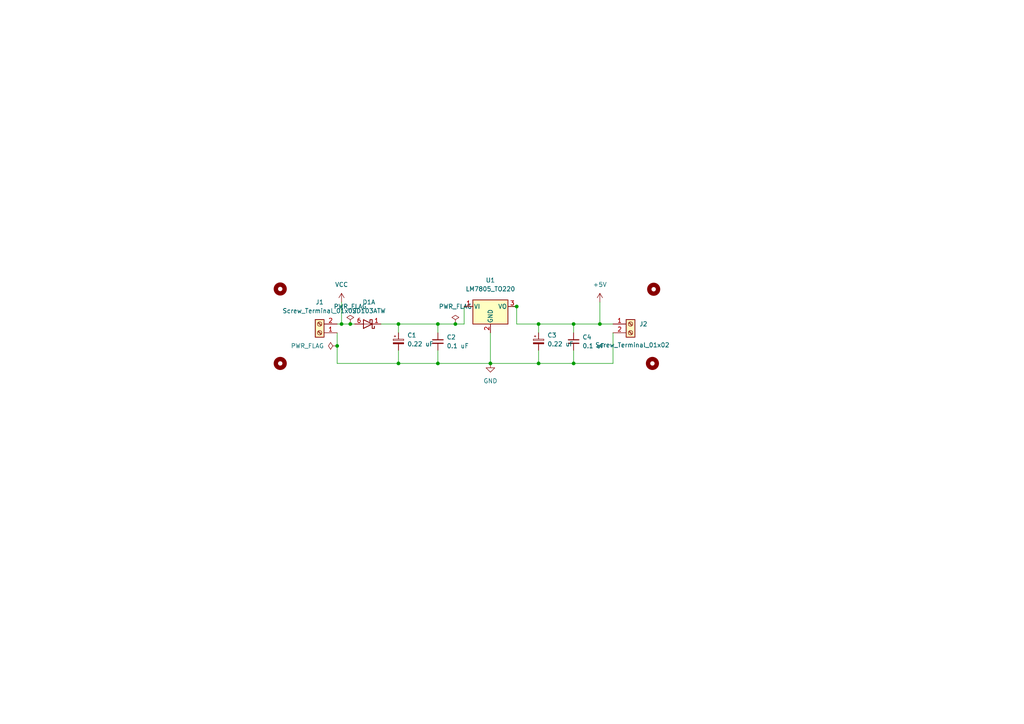
<source format=kicad_sch>
(kicad_sch (version 20211123) (generator eeschema)

  (uuid 8fc10c31-8c80-4caa-94fd-2cc7fe9e4a69)

  (paper "A4")

  (lib_symbols
    (symbol "Connector:Screw_Terminal_01x02" (pin_names (offset 1.016) hide) (in_bom yes) (on_board yes)
      (property "Reference" "J" (id 0) (at 0 2.54 0)
        (effects (font (size 1.27 1.27)))
      )
      (property "Value" "Screw_Terminal_01x02" (id 1) (at 0 -5.08 0)
        (effects (font (size 1.27 1.27)))
      )
      (property "Footprint" "" (id 2) (at 0 0 0)
        (effects (font (size 1.27 1.27)) hide)
      )
      (property "Datasheet" "~" (id 3) (at 0 0 0)
        (effects (font (size 1.27 1.27)) hide)
      )
      (property "ki_keywords" "screw terminal" (id 4) (at 0 0 0)
        (effects (font (size 1.27 1.27)) hide)
      )
      (property "ki_description" "Generic screw terminal, single row, 01x02, script generated (kicad-library-utils/schlib/autogen/connector/)" (id 5) (at 0 0 0)
        (effects (font (size 1.27 1.27)) hide)
      )
      (property "ki_fp_filters" "TerminalBlock*:*" (id 6) (at 0 0 0)
        (effects (font (size 1.27 1.27)) hide)
      )
      (symbol "Screw_Terminal_01x02_1_1"
        (rectangle (start -1.27 1.27) (end 1.27 -3.81)
          (stroke (width 0.254) (type default) (color 0 0 0 0))
          (fill (type background))
        )
        (circle (center 0 -2.54) (radius 0.635)
          (stroke (width 0.1524) (type default) (color 0 0 0 0))
          (fill (type none))
        )
        (polyline
          (pts
            (xy -0.5334 -2.2098)
            (xy 0.3302 -3.048)
          )
          (stroke (width 0.1524) (type default) (color 0 0 0 0))
          (fill (type none))
        )
        (polyline
          (pts
            (xy -0.5334 0.3302)
            (xy 0.3302 -0.508)
          )
          (stroke (width 0.1524) (type default) (color 0 0 0 0))
          (fill (type none))
        )
        (polyline
          (pts
            (xy -0.3556 -2.032)
            (xy 0.508 -2.8702)
          )
          (stroke (width 0.1524) (type default) (color 0 0 0 0))
          (fill (type none))
        )
        (polyline
          (pts
            (xy -0.3556 0.508)
            (xy 0.508 -0.3302)
          )
          (stroke (width 0.1524) (type default) (color 0 0 0 0))
          (fill (type none))
        )
        (circle (center 0 0) (radius 0.635)
          (stroke (width 0.1524) (type default) (color 0 0 0 0))
          (fill (type none))
        )
        (pin passive line (at -5.08 0 0) (length 3.81)
          (name "Pin_1" (effects (font (size 1.27 1.27))))
          (number "1" (effects (font (size 1.27 1.27))))
        )
        (pin passive line (at -5.08 -2.54 0) (length 3.81)
          (name "Pin_2" (effects (font (size 1.27 1.27))))
          (number "2" (effects (font (size 1.27 1.27))))
        )
      )
    )
    (symbol "Device:C_Polarized_Small" (pin_numbers hide) (pin_names (offset 0.254) hide) (in_bom yes) (on_board yes)
      (property "Reference" "C" (id 0) (at 0.254 1.778 0)
        (effects (font (size 1.27 1.27)) (justify left))
      )
      (property "Value" "C_Polarized_Small" (id 1) (at 0.254 -2.032 0)
        (effects (font (size 1.27 1.27)) (justify left))
      )
      (property "Footprint" "" (id 2) (at 0 0 0)
        (effects (font (size 1.27 1.27)) hide)
      )
      (property "Datasheet" "~" (id 3) (at 0 0 0)
        (effects (font (size 1.27 1.27)) hide)
      )
      (property "ki_keywords" "cap capacitor" (id 4) (at 0 0 0)
        (effects (font (size 1.27 1.27)) hide)
      )
      (property "ki_description" "Polarized capacitor, small symbol" (id 5) (at 0 0 0)
        (effects (font (size 1.27 1.27)) hide)
      )
      (property "ki_fp_filters" "CP_*" (id 6) (at 0 0 0)
        (effects (font (size 1.27 1.27)) hide)
      )
      (symbol "C_Polarized_Small_0_1"
        (rectangle (start -1.524 -0.3048) (end 1.524 -0.6858)
          (stroke (width 0) (type default) (color 0 0 0 0))
          (fill (type outline))
        )
        (rectangle (start -1.524 0.6858) (end 1.524 0.3048)
          (stroke (width 0) (type default) (color 0 0 0 0))
          (fill (type none))
        )
        (polyline
          (pts
            (xy -1.27 1.524)
            (xy -0.762 1.524)
          )
          (stroke (width 0) (type default) (color 0 0 0 0))
          (fill (type none))
        )
        (polyline
          (pts
            (xy -1.016 1.27)
            (xy -1.016 1.778)
          )
          (stroke (width 0) (type default) (color 0 0 0 0))
          (fill (type none))
        )
      )
      (symbol "C_Polarized_Small_1_1"
        (pin passive line (at 0 2.54 270) (length 1.8542)
          (name "~" (effects (font (size 1.27 1.27))))
          (number "1" (effects (font (size 1.27 1.27))))
        )
        (pin passive line (at 0 -2.54 90) (length 1.8542)
          (name "~" (effects (font (size 1.27 1.27))))
          (number "2" (effects (font (size 1.27 1.27))))
        )
      )
    )
    (symbol "Device:C_Small" (pin_numbers hide) (pin_names (offset 0.254) hide) (in_bom yes) (on_board yes)
      (property "Reference" "C" (id 0) (at 0.254 1.778 0)
        (effects (font (size 1.27 1.27)) (justify left))
      )
      (property "Value" "C_Small" (id 1) (at 0.254 -2.032 0)
        (effects (font (size 1.27 1.27)) (justify left))
      )
      (property "Footprint" "" (id 2) (at 0 0 0)
        (effects (font (size 1.27 1.27)) hide)
      )
      (property "Datasheet" "~" (id 3) (at 0 0 0)
        (effects (font (size 1.27 1.27)) hide)
      )
      (property "ki_keywords" "capacitor cap" (id 4) (at 0 0 0)
        (effects (font (size 1.27 1.27)) hide)
      )
      (property "ki_description" "Unpolarized capacitor, small symbol" (id 5) (at 0 0 0)
        (effects (font (size 1.27 1.27)) hide)
      )
      (property "ki_fp_filters" "C_*" (id 6) (at 0 0 0)
        (effects (font (size 1.27 1.27)) hide)
      )
      (symbol "C_Small_0_1"
        (polyline
          (pts
            (xy -1.524 -0.508)
            (xy 1.524 -0.508)
          )
          (stroke (width 0.3302) (type default) (color 0 0 0 0))
          (fill (type none))
        )
        (polyline
          (pts
            (xy -1.524 0.508)
            (xy 1.524 0.508)
          )
          (stroke (width 0.3048) (type default) (color 0 0 0 0))
          (fill (type none))
        )
      )
      (symbol "C_Small_1_1"
        (pin passive line (at 0 2.54 270) (length 2.032)
          (name "~" (effects (font (size 1.27 1.27))))
          (number "1" (effects (font (size 1.27 1.27))))
        )
        (pin passive line (at 0 -2.54 90) (length 2.032)
          (name "~" (effects (font (size 1.27 1.27))))
          (number "2" (effects (font (size 1.27 1.27))))
        )
      )
    )
    (symbol "Diode:SD103ATW" (pin_names hide) (in_bom yes) (on_board yes)
      (property "Reference" "D" (id 0) (at -1.27 2.54 0)
        (effects (font (size 1.27 1.27)))
      )
      (property "Value" "SD103ATW" (id 1) (at 0 -2.54 0)
        (effects (font (size 1.27 1.27)))
      )
      (property "Footprint" "Package_TO_SOT_SMD:SOT-363_SC-70-6" (id 2) (at 0 -5.08 0)
        (effects (font (size 1.27 1.27)) hide)
      )
      (property "Datasheet" "https://www.diodes.com/assets/Datasheets/ds30374.pdf" (id 3) (at 0 0 0)
        (effects (font (size 1.27 1.27)) hide)
      )
      (property "ki_keywords" "schottky barrier diode array" (id 4) (at 0 0 0)
        (effects (font (size 1.27 1.27)) hide)
      )
      (property "ki_description" "Schottky Barrier Diode Array, SOT-363" (id 5) (at 0 0 0)
        (effects (font (size 1.27 1.27)) hide)
      )
      (property "ki_fp_filters" "SOT?363*" (id 6) (at 0 0 0)
        (effects (font (size 1.27 1.27)) hide)
      )
      (symbol "SD103ATW_0_1"
        (polyline
          (pts
            (xy 1.27 0)
            (xy -1.27 0)
          )
          (stroke (width 0) (type default) (color 0 0 0 0))
          (fill (type none))
        )
        (polyline
          (pts
            (xy 1.27 1.27)
            (xy 1.27 -1.27)
            (xy -1.27 0)
            (xy 1.27 1.27)
          )
          (stroke (width 0.254) (type default) (color 0 0 0 0))
          (fill (type none))
        )
        (polyline
          (pts
            (xy -1.905 0.635)
            (xy -1.905 1.27)
            (xy -1.27 1.27)
            (xy -1.27 -1.27)
            (xy -0.635 -1.27)
            (xy -0.635 -0.635)
          )
          (stroke (width 0.254) (type default) (color 0 0 0 0))
          (fill (type none))
        )
      )
      (symbol "SD103ATW_1_1"
        (pin passive line (at -3.81 0 0) (length 2.54)
          (name "K" (effects (font (size 1.27 1.27))))
          (number "1" (effects (font (size 1.27 1.27))))
        )
        (pin passive line (at 3.81 0 180) (length 2.54)
          (name "A" (effects (font (size 1.27 1.27))))
          (number "6" (effects (font (size 1.27 1.27))))
        )
      )
      (symbol "SD103ATW_2_1"
        (pin passive line (at -3.81 0 0) (length 2.54)
          (name "K" (effects (font (size 1.27 1.27))))
          (number "2" (effects (font (size 1.27 1.27))))
        )
        (pin passive line (at 3.81 0 180) (length 2.54)
          (name "A" (effects (font (size 1.27 1.27))))
          (number "5" (effects (font (size 1.27 1.27))))
        )
      )
      (symbol "SD103ATW_3_1"
        (pin passive line (at -3.81 0 0) (length 2.54)
          (name "K" (effects (font (size 1.27 1.27))))
          (number "3" (effects (font (size 1.27 1.27))))
        )
        (pin passive line (at 3.81 0 180) (length 2.54)
          (name "A" (effects (font (size 1.27 1.27))))
          (number "4" (effects (font (size 1.27 1.27))))
        )
      )
    )
    (symbol "Mechanical:MountingHole" (pin_names (offset 1.016)) (in_bom yes) (on_board yes)
      (property "Reference" "H" (id 0) (at 0 5.08 0)
        (effects (font (size 1.27 1.27)))
      )
      (property "Value" "MountingHole" (id 1) (at 0 3.175 0)
        (effects (font (size 1.27 1.27)))
      )
      (property "Footprint" "" (id 2) (at 0 0 0)
        (effects (font (size 1.27 1.27)) hide)
      )
      (property "Datasheet" "~" (id 3) (at 0 0 0)
        (effects (font (size 1.27 1.27)) hide)
      )
      (property "ki_keywords" "mounting hole" (id 4) (at 0 0 0)
        (effects (font (size 1.27 1.27)) hide)
      )
      (property "ki_description" "Mounting Hole without connection" (id 5) (at 0 0 0)
        (effects (font (size 1.27 1.27)) hide)
      )
      (property "ki_fp_filters" "MountingHole*" (id 6) (at 0 0 0)
        (effects (font (size 1.27 1.27)) hide)
      )
      (symbol "MountingHole_0_1"
        (circle (center 0 0) (radius 1.27)
          (stroke (width 1.27) (type default) (color 0 0 0 0))
          (fill (type none))
        )
      )
    )
    (symbol "Regulator_Linear:LM7805_TO220" (pin_names (offset 0.254)) (in_bom yes) (on_board yes)
      (property "Reference" "U" (id 0) (at -3.81 3.175 0)
        (effects (font (size 1.27 1.27)))
      )
      (property "Value" "LM7805_TO220" (id 1) (at 0 3.175 0)
        (effects (font (size 1.27 1.27)) (justify left))
      )
      (property "Footprint" "Package_TO_SOT_THT:TO-220-3_Vertical" (id 2) (at 0 5.715 0)
        (effects (font (size 1.27 1.27) italic) hide)
      )
      (property "Datasheet" "https://www.onsemi.cn/PowerSolutions/document/MC7800-D.PDF" (id 3) (at 0 -1.27 0)
        (effects (font (size 1.27 1.27)) hide)
      )
      (property "ki_keywords" "Voltage Regulator 1A Positive" (id 4) (at 0 0 0)
        (effects (font (size 1.27 1.27)) hide)
      )
      (property "ki_description" "Positive 1A 35V Linear Regulator, Fixed Output 5V, TO-220" (id 5) (at 0 0 0)
        (effects (font (size 1.27 1.27)) hide)
      )
      (property "ki_fp_filters" "TO?220*" (id 6) (at 0 0 0)
        (effects (font (size 1.27 1.27)) hide)
      )
      (symbol "LM7805_TO220_0_1"
        (rectangle (start -5.08 1.905) (end 5.08 -5.08)
          (stroke (width 0.254) (type default) (color 0 0 0 0))
          (fill (type background))
        )
      )
      (symbol "LM7805_TO220_1_1"
        (pin power_in line (at -7.62 0 0) (length 2.54)
          (name "VI" (effects (font (size 1.27 1.27))))
          (number "1" (effects (font (size 1.27 1.27))))
        )
        (pin power_in line (at 0 -7.62 90) (length 2.54)
          (name "GND" (effects (font (size 1.27 1.27))))
          (number "2" (effects (font (size 1.27 1.27))))
        )
        (pin power_out line (at 7.62 0 180) (length 2.54)
          (name "VO" (effects (font (size 1.27 1.27))))
          (number "3" (effects (font (size 1.27 1.27))))
        )
      )
    )
    (symbol "power:+5V" (power) (pin_names (offset 0)) (in_bom yes) (on_board yes)
      (property "Reference" "#PWR" (id 0) (at 0 -3.81 0)
        (effects (font (size 1.27 1.27)) hide)
      )
      (property "Value" "+5V" (id 1) (at 0 3.556 0)
        (effects (font (size 1.27 1.27)))
      )
      (property "Footprint" "" (id 2) (at 0 0 0)
        (effects (font (size 1.27 1.27)) hide)
      )
      (property "Datasheet" "" (id 3) (at 0 0 0)
        (effects (font (size 1.27 1.27)) hide)
      )
      (property "ki_keywords" "power-flag" (id 4) (at 0 0 0)
        (effects (font (size 1.27 1.27)) hide)
      )
      (property "ki_description" "Power symbol creates a global label with name \"+5V\"" (id 5) (at 0 0 0)
        (effects (font (size 1.27 1.27)) hide)
      )
      (symbol "+5V_0_1"
        (polyline
          (pts
            (xy -0.762 1.27)
            (xy 0 2.54)
          )
          (stroke (width 0) (type default) (color 0 0 0 0))
          (fill (type none))
        )
        (polyline
          (pts
            (xy 0 0)
            (xy 0 2.54)
          )
          (stroke (width 0) (type default) (color 0 0 0 0))
          (fill (type none))
        )
        (polyline
          (pts
            (xy 0 2.54)
            (xy 0.762 1.27)
          )
          (stroke (width 0) (type default) (color 0 0 0 0))
          (fill (type none))
        )
      )
      (symbol "+5V_1_1"
        (pin power_in line (at 0 0 90) (length 0) hide
          (name "+5V" (effects (font (size 1.27 1.27))))
          (number "1" (effects (font (size 1.27 1.27))))
        )
      )
    )
    (symbol "power:GND" (power) (pin_names (offset 0)) (in_bom yes) (on_board yes)
      (property "Reference" "#PWR" (id 0) (at 0 -6.35 0)
        (effects (font (size 1.27 1.27)) hide)
      )
      (property "Value" "GND" (id 1) (at 0 -3.81 0)
        (effects (font (size 1.27 1.27)))
      )
      (property "Footprint" "" (id 2) (at 0 0 0)
        (effects (font (size 1.27 1.27)) hide)
      )
      (property "Datasheet" "" (id 3) (at 0 0 0)
        (effects (font (size 1.27 1.27)) hide)
      )
      (property "ki_keywords" "power-flag" (id 4) (at 0 0 0)
        (effects (font (size 1.27 1.27)) hide)
      )
      (property "ki_description" "Power symbol creates a global label with name \"GND\" , ground" (id 5) (at 0 0 0)
        (effects (font (size 1.27 1.27)) hide)
      )
      (symbol "GND_0_1"
        (polyline
          (pts
            (xy 0 0)
            (xy 0 -1.27)
            (xy 1.27 -1.27)
            (xy 0 -2.54)
            (xy -1.27 -1.27)
            (xy 0 -1.27)
          )
          (stroke (width 0) (type default) (color 0 0 0 0))
          (fill (type none))
        )
      )
      (symbol "GND_1_1"
        (pin power_in line (at 0 0 270) (length 0) hide
          (name "GND" (effects (font (size 1.27 1.27))))
          (number "1" (effects (font (size 1.27 1.27))))
        )
      )
    )
    (symbol "power:PWR_FLAG" (power) (pin_numbers hide) (pin_names (offset 0) hide) (in_bom yes) (on_board yes)
      (property "Reference" "#FLG" (id 0) (at 0 1.905 0)
        (effects (font (size 1.27 1.27)) hide)
      )
      (property "Value" "PWR_FLAG" (id 1) (at 0 3.81 0)
        (effects (font (size 1.27 1.27)))
      )
      (property "Footprint" "" (id 2) (at 0 0 0)
        (effects (font (size 1.27 1.27)) hide)
      )
      (property "Datasheet" "~" (id 3) (at 0 0 0)
        (effects (font (size 1.27 1.27)) hide)
      )
      (property "ki_keywords" "power-flag" (id 4) (at 0 0 0)
        (effects (font (size 1.27 1.27)) hide)
      )
      (property "ki_description" "Special symbol for telling ERC where power comes from" (id 5) (at 0 0 0)
        (effects (font (size 1.27 1.27)) hide)
      )
      (symbol "PWR_FLAG_0_0"
        (pin power_out line (at 0 0 90) (length 0)
          (name "pwr" (effects (font (size 1.27 1.27))))
          (number "1" (effects (font (size 1.27 1.27))))
        )
      )
      (symbol "PWR_FLAG_0_1"
        (polyline
          (pts
            (xy 0 0)
            (xy 0 1.27)
            (xy -1.016 1.905)
            (xy 0 2.54)
            (xy 1.016 1.905)
            (xy 0 1.27)
          )
          (stroke (width 0) (type default) (color 0 0 0 0))
          (fill (type none))
        )
      )
    )
    (symbol "power:VCC" (power) (pin_names (offset 0)) (in_bom yes) (on_board yes)
      (property "Reference" "#PWR" (id 0) (at 0 -3.81 0)
        (effects (font (size 1.27 1.27)) hide)
      )
      (property "Value" "VCC" (id 1) (at 0 3.81 0)
        (effects (font (size 1.27 1.27)))
      )
      (property "Footprint" "" (id 2) (at 0 0 0)
        (effects (font (size 1.27 1.27)) hide)
      )
      (property "Datasheet" "" (id 3) (at 0 0 0)
        (effects (font (size 1.27 1.27)) hide)
      )
      (property "ki_keywords" "power-flag" (id 4) (at 0 0 0)
        (effects (font (size 1.27 1.27)) hide)
      )
      (property "ki_description" "Power symbol creates a global label with name \"VCC\"" (id 5) (at 0 0 0)
        (effects (font (size 1.27 1.27)) hide)
      )
      (symbol "VCC_0_1"
        (polyline
          (pts
            (xy -0.762 1.27)
            (xy 0 2.54)
          )
          (stroke (width 0) (type default) (color 0 0 0 0))
          (fill (type none))
        )
        (polyline
          (pts
            (xy 0 0)
            (xy 0 2.54)
          )
          (stroke (width 0) (type default) (color 0 0 0 0))
          (fill (type none))
        )
        (polyline
          (pts
            (xy 0 2.54)
            (xy 0.762 1.27)
          )
          (stroke (width 0) (type default) (color 0 0 0 0))
          (fill (type none))
        )
      )
      (symbol "VCC_1_1"
        (pin power_in line (at 0 0 90) (length 0) hide
          (name "VCC" (effects (font (size 1.27 1.27))))
          (number "1" (effects (font (size 1.27 1.27))))
        )
      )
    )
  )

  (junction (at 142.24 105.41) (diameter 0) (color 0 0 0 0)
    (uuid 02a5a357-0716-4039-ac40-2e3131294946)
  )
  (junction (at 149.86 88.9) (diameter 0) (color 0 0 0 0)
    (uuid 0358b4e1-b606-4135-8dce-19b63a3e134c)
  )
  (junction (at 99.06 93.98) (diameter 0) (color 0 0 0 0)
    (uuid 215d7e08-0292-451c-8628-484feab04e61)
  )
  (junction (at 115.57 105.41) (diameter 0) (color 0 0 0 0)
    (uuid 4ba07f56-5bc8-492b-bbc9-50e9a86d30ba)
  )
  (junction (at 173.99 93.98) (diameter 0) (color 0 0 0 0)
    (uuid 4bc2df42-222c-44fb-8c16-80dc9be5ab28)
  )
  (junction (at 97.79 100.33) (diameter 0) (color 0 0 0 0)
    (uuid 66926abf-c348-4d3f-bc3d-a870ed0ccc32)
  )
  (junction (at 156.21 105.41) (diameter 0) (color 0 0 0 0)
    (uuid 7516f7ac-36b2-48aa-9e37-a484a7873026)
  )
  (junction (at 127 93.98) (diameter 0) (color 0 0 0 0)
    (uuid 83916093-1b53-4014-ae4b-b75533c34e6a)
  )
  (junction (at 101.6 93.98) (diameter 0) (color 0 0 0 0)
    (uuid 8ab52624-baec-42cc-b42d-161d58030e4e)
  )
  (junction (at 127 105.41) (diameter 0) (color 0 0 0 0)
    (uuid 91e552d0-0648-4868-8546-dbe7c33c99f9)
  )
  (junction (at 166.37 105.41) (diameter 0) (color 0 0 0 0)
    (uuid 9bbad9c9-c57a-4557-93eb-5f0ed9e993ab)
  )
  (junction (at 115.57 93.98) (diameter 0) (color 0 0 0 0)
    (uuid bf054055-38e6-4d74-92f9-448fd1c41246)
  )
  (junction (at 156.21 93.98) (diameter 0) (color 0 0 0 0)
    (uuid c2358595-2396-44c8-8181-2b7343a0e281)
  )
  (junction (at 166.37 93.98) (diameter 0) (color 0 0 0 0)
    (uuid e6c58ad3-bec2-46c0-a770-64f68fc978c7)
  )
  (junction (at 132.08 93.98) (diameter 0) (color 0 0 0 0)
    (uuid f8455178-b77b-4ea4-9ed8-b5a8cd5687a5)
  )

  (wire (pts (xy 99.06 87.63) (xy 99.06 93.98))
    (stroke (width 0) (type default) (color 0 0 0 0))
    (uuid 039a7bdc-363d-4472-8a86-3823996943bc)
  )
  (wire (pts (xy 142.24 105.41) (xy 156.21 105.41))
    (stroke (width 0) (type default) (color 0 0 0 0))
    (uuid 040144ad-0346-4c94-bd7c-1c33f49b3ee2)
  )
  (wire (pts (xy 156.21 93.98) (xy 166.37 93.98))
    (stroke (width 0) (type default) (color 0 0 0 0))
    (uuid 054d4887-803e-4b9e-b726-61c22facfc8c)
  )
  (wire (pts (xy 101.6 93.98) (xy 102.87 93.98))
    (stroke (width 0) (type default) (color 0 0 0 0))
    (uuid 06718f96-e026-4a14-ab69-7f0195e1a22f)
  )
  (wire (pts (xy 156.21 93.98) (xy 156.21 96.52))
    (stroke (width 0) (type default) (color 0 0 0 0))
    (uuid 06ff5d0d-e070-4623-a81e-40f5ab38c413)
  )
  (wire (pts (xy 97.79 105.41) (xy 115.57 105.41))
    (stroke (width 0) (type default) (color 0 0 0 0))
    (uuid 08c97262-4db5-41fa-84cb-875952bf21ed)
  )
  (wire (pts (xy 149.86 88.9) (xy 149.86 93.98))
    (stroke (width 0) (type default) (color 0 0 0 0))
    (uuid 10daba72-d5ec-4df7-8a04-9ac102615c32)
  )
  (wire (pts (xy 99.06 93.98) (xy 101.6 93.98))
    (stroke (width 0) (type default) (color 0 0 0 0))
    (uuid 1354d371-32a4-4e98-a9f7-c2d879e2bc61)
  )
  (wire (pts (xy 115.57 93.98) (xy 127 93.98))
    (stroke (width 0) (type default) (color 0 0 0 0))
    (uuid 1a24ccae-f0cd-4635-8010-c8e77c0eee05)
  )
  (wire (pts (xy 173.99 93.98) (xy 177.8 93.98))
    (stroke (width 0) (type default) (color 0 0 0 0))
    (uuid 269f7335-d51c-4bbc-93b6-fbc5c92b01ce)
  )
  (wire (pts (xy 166.37 93.98) (xy 173.99 93.98))
    (stroke (width 0) (type default) (color 0 0 0 0))
    (uuid 2829a994-7ac5-4a7c-91ee-a6f2caa46dd1)
  )
  (wire (pts (xy 134.62 93.98) (xy 132.08 93.98))
    (stroke (width 0) (type default) (color 0 0 0 0))
    (uuid 2c1f848b-e7ee-4b80-b5d8-0255afcb65e6)
  )
  (wire (pts (xy 115.57 101.6) (xy 115.57 105.41))
    (stroke (width 0) (type default) (color 0 0 0 0))
    (uuid 2d9be48e-489c-476e-a26d-3c42880869c8)
  )
  (wire (pts (xy 148.59 88.9) (xy 149.86 88.9))
    (stroke (width 0) (type default) (color 0 0 0 0))
    (uuid 32a2c2f3-e77a-4ab0-9f8b-fd72c2b7ab4c)
  )
  (wire (pts (xy 127 105.41) (xy 142.24 105.41))
    (stroke (width 0) (type default) (color 0 0 0 0))
    (uuid 4d0d9cfb-5002-4b5f-9c1f-f81d3891f0f0)
  )
  (wire (pts (xy 134.62 88.9) (xy 134.62 93.98))
    (stroke (width 0) (type default) (color 0 0 0 0))
    (uuid 4d188add-5aec-4cfd-8f90-3dcf143dfae8)
  )
  (wire (pts (xy 97.79 96.52) (xy 97.79 100.33))
    (stroke (width 0) (type default) (color 0 0 0 0))
    (uuid 56392281-016d-4ef6-8756-f7f71f60bca4)
  )
  (wire (pts (xy 127 101.6) (xy 127 105.41))
    (stroke (width 0) (type default) (color 0 0 0 0))
    (uuid 63ad867a-eb3e-4352-83aa-8b3b9f8863a9)
  )
  (wire (pts (xy 156.21 101.6) (xy 156.21 105.41))
    (stroke (width 0) (type default) (color 0 0 0 0))
    (uuid 65879d60-b296-44bd-8ff3-95fd4a633fab)
  )
  (wire (pts (xy 142.24 96.52) (xy 142.24 105.41))
    (stroke (width 0) (type default) (color 0 0 0 0))
    (uuid 77e862f3-bade-49a4-be6c-697e2dc2e05a)
  )
  (wire (pts (xy 110.49 93.98) (xy 115.57 93.98))
    (stroke (width 0) (type default) (color 0 0 0 0))
    (uuid 7a4c3b0e-5dfb-4879-a08d-137a6d1ac67a)
  )
  (wire (pts (xy 177.8 96.52) (xy 177.8 105.41))
    (stroke (width 0) (type default) (color 0 0 0 0))
    (uuid 839c729a-be57-419f-993b-4da9f0308e2b)
  )
  (wire (pts (xy 97.79 100.33) (xy 97.79 105.41))
    (stroke (width 0) (type default) (color 0 0 0 0))
    (uuid 8803b41f-c95e-486f-a704-2b22423801cb)
  )
  (wire (pts (xy 173.99 87.63) (xy 173.99 93.98))
    (stroke (width 0) (type default) (color 0 0 0 0))
    (uuid 8e4d53b3-c6d3-44b8-81fe-76903504eeff)
  )
  (wire (pts (xy 132.08 93.98) (xy 127 93.98))
    (stroke (width 0) (type default) (color 0 0 0 0))
    (uuid b091020d-175e-4cd8-8416-111981deec62)
  )
  (wire (pts (xy 149.86 93.98) (xy 156.21 93.98))
    (stroke (width 0) (type default) (color 0 0 0 0))
    (uuid b4cd68ae-dc41-432c-9dfb-8f054dc23d5b)
  )
  (wire (pts (xy 127 96.52) (xy 127 93.98))
    (stroke (width 0) (type default) (color 0 0 0 0))
    (uuid b73ab14e-2c30-4ed3-a21d-aa77c33cc7e9)
  )
  (wire (pts (xy 97.79 93.98) (xy 99.06 93.98))
    (stroke (width 0) (type default) (color 0 0 0 0))
    (uuid b9ebb1a5-3efb-4522-8ffa-0571d7f0f8fe)
  )
  (wire (pts (xy 166.37 101.6) (xy 166.37 105.41))
    (stroke (width 0) (type default) (color 0 0 0 0))
    (uuid c569cc24-1cb4-4f87-8869-00831ac1be09)
  )
  (wire (pts (xy 115.57 105.41) (xy 127 105.41))
    (stroke (width 0) (type default) (color 0 0 0 0))
    (uuid d8d1565a-5251-41a8-a331-ce8f0e3bccbd)
  )
  (wire (pts (xy 166.37 96.52) (xy 166.37 93.98))
    (stroke (width 0) (type default) (color 0 0 0 0))
    (uuid e4f3c07d-8560-4749-b94f-12a9197bbdca)
  )
  (wire (pts (xy 156.21 105.41) (xy 166.37 105.41))
    (stroke (width 0) (type default) (color 0 0 0 0))
    (uuid e9df463b-b8d4-4892-80a3-83503d77dda7)
  )
  (wire (pts (xy 177.8 105.41) (xy 166.37 105.41))
    (stroke (width 0) (type default) (color 0 0 0 0))
    (uuid eff53ac0-1f03-465f-9a41-cf7b7ed810ae)
  )
  (wire (pts (xy 115.57 96.52) (xy 115.57 93.98))
    (stroke (width 0) (type default) (color 0 0 0 0))
    (uuid fbe01b67-03d9-40e4-9d9e-6719574605ed)
  )

  (symbol (lib_id "power:PWR_FLAG") (at 101.6 93.98 0) (unit 1)
    (in_bom yes) (on_board yes) (fields_autoplaced)
    (uuid 05949b4f-105c-48bc-b049-452a0f4c850b)
    (property "Reference" "#FLG0103" (id 0) (at 101.6 92.075 0)
      (effects (font (size 1.27 1.27)) hide)
    )
    (property "Value" "PWR_FLAG" (id 1) (at 101.6 88.9 0))
    (property "Footprint" "" (id 2) (at 101.6 93.98 0)
      (effects (font (size 1.27 1.27)) hide)
    )
    (property "Datasheet" "~" (id 3) (at 101.6 93.98 0)
      (effects (font (size 1.27 1.27)) hide)
    )
    (pin "1" (uuid 68baacc3-8a6e-4988-b2f1-79819f57db8b))
  )

  (symbol (lib_id "Mechanical:MountingHole") (at 189.23 105.41 0) (unit 1)
    (in_bom yes) (on_board yes) (fields_autoplaced)
    (uuid 1271391b-14bb-4a11-aa2f-178a6e940bf5)
    (property "Reference" "H4" (id 0) (at 191.77 104.1399 0)
      (effects (font (size 1.27 1.27)) (justify left) hide)
    )
    (property "Value" "MountingHole" (id 1) (at 191.77 106.6799 0)
      (effects (font (size 1.27 1.27)) (justify left) hide)
    )
    (property "Footprint" "MountingHole:MountingHole_2.2mm_M2_ISO14580_Pad" (id 2) (at 189.23 105.41 0)
      (effects (font (size 1.27 1.27)) hide)
    )
    (property "Datasheet" "~" (id 3) (at 189.23 105.41 0)
      (effects (font (size 1.27 1.27)) hide)
    )
  )

  (symbol (lib_id "Connector:Screw_Terminal_01x02") (at 182.88 93.98 0) (unit 1)
    (in_bom yes) (on_board yes)
    (uuid 16a4a66d-69ad-49d8-bd4d-42f5de8428e4)
    (property "Reference" "J2" (id 0) (at 185.42 93.9799 0)
      (effects (font (size 1.27 1.27)) (justify left))
    )
    (property "Value" "Screw_Terminal_01x02" (id 1) (at 172.5872 100.0768 0)
      (effects (font (size 1.27 1.27)) (justify left))
    )
    (property "Footprint" "TerminalBlock_Phoenix:TerminalBlock_Phoenix_MKDS-1,5-2-5.08_1x02_P5.08mm_Horizontal" (id 2) (at 182.88 93.98 0)
      (effects (font (size 1.27 1.27)) hide)
    )
    (property "Datasheet" "~" (id 3) (at 182.88 93.98 0)
      (effects (font (size 1.27 1.27)) hide)
    )
    (pin "1" (uuid d5dc7d87-0781-42d9-92e5-1ace128f25c7))
    (pin "2" (uuid f9ebef2a-f7d3-476e-9128-f639171d3b4d))
  )

  (symbol (lib_id "Device:C_Polarized_Small") (at 115.57 99.06 0) (unit 1)
    (in_bom yes) (on_board yes) (fields_autoplaced)
    (uuid 301c4221-6f6f-4aca-aec2-15cecb8fb9ac)
    (property "Reference" "C1" (id 0) (at 118.11 97.2438 0)
      (effects (font (size 1.27 1.27)) (justify left))
    )
    (property "Value" "0.22 uF" (id 1) (at 118.11 99.7838 0)
      (effects (font (size 1.27 1.27)) (justify left))
    )
    (property "Footprint" "Capacitor_THT:CP_Radial_D5.0mm_P2.50mm" (id 2) (at 115.57 99.06 0)
      (effects (font (size 1.27 1.27)) hide)
    )
    (property "Datasheet" "~" (id 3) (at 115.57 99.06 0)
      (effects (font (size 1.27 1.27)) hide)
    )
    (pin "1" (uuid a2c26ae3-018f-4e4e-950d-1d605c5a16de))
    (pin "2" (uuid 7c859f29-9a8f-43b4-a8eb-b31cda6f30ab))
  )

  (symbol (lib_id "power:+5V") (at 173.99 87.63 0) (unit 1)
    (in_bom yes) (on_board yes) (fields_autoplaced)
    (uuid 4371f374-96c6-4c89-9f47-3df0ed4fb380)
    (property "Reference" "#PWR0103" (id 0) (at 173.99 91.44 0)
      (effects (font (size 1.27 1.27)) hide)
    )
    (property "Value" "+5V" (id 1) (at 173.99 82.55 0))
    (property "Footprint" "" (id 2) (at 173.99 87.63 0)
      (effects (font (size 1.27 1.27)) hide)
    )
    (property "Datasheet" "" (id 3) (at 173.99 87.63 0)
      (effects (font (size 1.27 1.27)) hide)
    )
    (pin "1" (uuid ae01859d-0996-4dd6-8ae0-d96bd73e1ffc))
  )

  (symbol (lib_id "Mechanical:MountingHole") (at 81.28 105.41 0) (unit 1)
    (in_bom yes) (on_board yes) (fields_autoplaced)
    (uuid 5530475e-3a1b-43ea-a3b5-ecdffa7057e9)
    (property "Reference" "H2" (id 0) (at 83.82 104.1399 0)
      (effects (font (size 1.27 1.27)) (justify left) hide)
    )
    (property "Value" "MountingHole" (id 1) (at 83.82 106.6799 0)
      (effects (font (size 1.27 1.27)) (justify left) hide)
    )
    (property "Footprint" "MountingHole:MountingHole_2.2mm_M2_ISO14580_Pad" (id 2) (at 81.28 105.41 0)
      (effects (font (size 1.27 1.27)) hide)
    )
    (property "Datasheet" "~" (id 3) (at 81.28 105.41 0)
      (effects (font (size 1.27 1.27)) hide)
    )
  )

  (symbol (lib_id "power:VCC") (at 99.06 87.63 0) (unit 1)
    (in_bom yes) (on_board yes) (fields_autoplaced)
    (uuid 5e532ea7-0f0b-4f31-8b2a-8f6a11236453)
    (property "Reference" "#PWR0101" (id 0) (at 99.06 91.44 0)
      (effects (font (size 1.27 1.27)) hide)
    )
    (property "Value" "VCC" (id 1) (at 99.06 82.55 0))
    (property "Footprint" "" (id 2) (at 99.06 87.63 0)
      (effects (font (size 1.27 1.27)) hide)
    )
    (property "Datasheet" "" (id 3) (at 99.06 87.63 0)
      (effects (font (size 1.27 1.27)) hide)
    )
    (pin "1" (uuid 74b37115-0c1f-4841-b837-daaa9aa81910))
  )

  (symbol (lib_id "Diode:SD103ATW") (at 106.68 93.98 180) (unit 1)
    (in_bom yes) (on_board yes) (fields_autoplaced)
    (uuid 71b25ae3-bb35-469f-b943-2cf811d8f6aa)
    (property "Reference" "D1" (id 0) (at 106.9975 87.63 0))
    (property "Value" "SD103ATW" (id 1) (at 106.9975 90.17 0))
    (property "Footprint" "Package_TO_SOT_SMD:SOT-363_SC-70-6" (id 2) (at 106.68 88.9 0)
      (effects (font (size 1.27 1.27)) hide)
    )
    (property "Datasheet" "https://www.diodes.com/assets/Datasheets/ds30374.pdf" (id 3) (at 106.68 93.98 0)
      (effects (font (size 1.27 1.27)) hide)
    )
    (pin "1" (uuid c7b774b7-7771-46c4-ac32-5ba3ee52822a))
    (pin "6" (uuid bf304e43-7367-455e-9a28-de18a10d133d))
    (pin "2" (uuid 52043684-dbde-446c-bade-b4152ef333f0))
    (pin "5" (uuid ffe7b53a-6202-4770-9ae2-ff223331b2a8))
    (pin "3" (uuid 082e1194-d270-4514-a0b7-20fdd8305b42))
    (pin "4" (uuid 12036534-b14c-4eeb-a8d2-a6f9383d301a))
  )

  (symbol (lib_id "Device:C_Polarized_Small") (at 156.21 99.06 0) (unit 1)
    (in_bom yes) (on_board yes) (fields_autoplaced)
    (uuid 71cc4bcf-1181-440b-95bb-955aa7084693)
    (property "Reference" "C3" (id 0) (at 158.75 97.2438 0)
      (effects (font (size 1.27 1.27)) (justify left))
    )
    (property "Value" "0.22 uF" (id 1) (at 158.75 99.7838 0)
      (effects (font (size 1.27 1.27)) (justify left))
    )
    (property "Footprint" "Capacitor_THT:CP_Radial_D5.0mm_P2.00mm" (id 2) (at 156.21 99.06 0)
      (effects (font (size 1.27 1.27)) hide)
    )
    (property "Datasheet" "~" (id 3) (at 156.21 99.06 0)
      (effects (font (size 1.27 1.27)) hide)
    )
    (pin "1" (uuid fb0c9c02-212e-4733-bc4d-e3405db427e0))
    (pin "2" (uuid ea3ff28a-64fa-4952-ba9b-7928d0df79a1))
  )

  (symbol (lib_id "Device:C_Small") (at 166.37 99.06 0) (unit 1)
    (in_bom yes) (on_board yes) (fields_autoplaced)
    (uuid 8ae7afec-f03d-4b41-a493-7fb7fe368a3b)
    (property "Reference" "C4" (id 0) (at 168.91 97.7962 0)
      (effects (font (size 1.27 1.27)) (justify left))
    )
    (property "Value" "0.1 uF" (id 1) (at 168.91 100.3362 0)
      (effects (font (size 1.27 1.27)) (justify left))
    )
    (property "Footprint" "Capacitor_THT:CP_Radial_D4.0mm_P1.50mm" (id 2) (at 166.37 99.06 0)
      (effects (font (size 1.27 1.27)) hide)
    )
    (property "Datasheet" "~" (id 3) (at 166.37 99.06 0)
      (effects (font (size 1.27 1.27)) hide)
    )
    (pin "1" (uuid 5b45ebef-c125-456b-bf85-558749634f28))
    (pin "2" (uuid d5707b65-d494-488f-9e3d-15f5fb0f019b))
  )

  (symbol (lib_id "power:PWR_FLAG") (at 132.08 93.98 0) (unit 1)
    (in_bom yes) (on_board yes) (fields_autoplaced)
    (uuid 8db65a9f-3e25-45ea-8757-a6c0941eaf67)
    (property "Reference" "#FLG0101" (id 0) (at 132.08 92.075 0)
      (effects (font (size 1.27 1.27)) hide)
    )
    (property "Value" "PWR_FLAG" (id 1) (at 132.08 88.9 0))
    (property "Footprint" "" (id 2) (at 132.08 93.98 0)
      (effects (font (size 1.27 1.27)) hide)
    )
    (property "Datasheet" "~" (id 3) (at 132.08 93.98 0)
      (effects (font (size 1.27 1.27)) hide)
    )
    (pin "1" (uuid 13ad20ca-1ff1-4c0c-b8d4-61172d3dc941))
  )

  (symbol (lib_id "power:GND") (at 142.24 105.41 0) (unit 1)
    (in_bom yes) (on_board yes) (fields_autoplaced)
    (uuid b913104b-dd63-4cc3-90d4-b5fefb2cb25c)
    (property "Reference" "#PWR0102" (id 0) (at 142.24 111.76 0)
      (effects (font (size 1.27 1.27)) hide)
    )
    (property "Value" "GND" (id 1) (at 142.24 110.49 0))
    (property "Footprint" "" (id 2) (at 142.24 105.41 0)
      (effects (font (size 1.27 1.27)) hide)
    )
    (property "Datasheet" "" (id 3) (at 142.24 105.41 0)
      (effects (font (size 1.27 1.27)) hide)
    )
    (pin "1" (uuid f10a1d30-051d-4cd2-9054-c30f1f449522))
  )

  (symbol (lib_id "Regulator_Linear:LM7805_TO220") (at 142.24 88.9 0) (unit 1)
    (in_bom yes) (on_board yes) (fields_autoplaced)
    (uuid bbd1a2a6-2fe9-4934-9161-4aae8f40cbe6)
    (property "Reference" "U1" (id 0) (at 142.24 81.28 0))
    (property "Value" "LM7805_TO220" (id 1) (at 142.24 83.82 0))
    (property "Footprint" "Package_TO_SOT_THT:TO-220-3_Vertical" (id 2) (at 142.24 83.185 0)
      (effects (font (size 1.27 1.27) italic) hide)
    )
    (property "Datasheet" "https://www.onsemi.cn/PowerSolutions/document/MC7800-D.PDF" (id 3) (at 142.24 90.17 0)
      (effects (font (size 1.27 1.27)) hide)
    )
    (pin "1" (uuid 8777126b-4bfe-40b2-9ffd-41ca7f4df7d1))
    (pin "2" (uuid 88bb9f6b-4099-451d-a07e-d5a642c11f47))
    (pin "3" (uuid 137bcf5a-cf3c-46ab-956a-bada96239aea))
  )

  (symbol (lib_id "Connector:Screw_Terminal_01x02") (at 92.71 96.52 180) (unit 1)
    (in_bom yes) (on_board yes) (fields_autoplaced)
    (uuid c3592023-1026-48fc-90df-00ae3d1db8fd)
    (property "Reference" "J1" (id 0) (at 92.71 87.63 0))
    (property "Value" "Screw_Terminal_01x02" (id 1) (at 92.71 90.17 0))
    (property "Footprint" "TerminalBlock_Phoenix:TerminalBlock_Phoenix_MKDS-1,5-2-5.08_1x02_P5.08mm_Horizontal" (id 2) (at 92.71 96.52 0)
      (effects (font (size 1.27 1.27)) hide)
    )
    (property "Datasheet" "~" (id 3) (at 92.71 96.52 0)
      (effects (font (size 1.27 1.27)) hide)
    )
    (pin "1" (uuid 8027f9b8-25b4-4e5e-91c9-f783bbcc9ba0))
    (pin "2" (uuid 8f3e5c7e-6544-4c0a-b0bd-d6e30ccaedb2))
  )

  (symbol (lib_id "Mechanical:MountingHole") (at 81.28 83.82 0) (unit 1)
    (in_bom yes) (on_board yes) (fields_autoplaced)
    (uuid c77793d3-b665-4faa-9c2a-a9c22c35bcab)
    (property "Reference" "H1" (id 0) (at 83.82 82.5499 0)
      (effects (font (size 1.27 1.27)) (justify left) hide)
    )
    (property "Value" "MountingHole" (id 1) (at 83.82 85.0899 0)
      (effects (font (size 1.27 1.27)) (justify left) hide)
    )
    (property "Footprint" "MountingHole:MountingHole_2.2mm_M2_ISO14580_Pad" (id 2) (at 81.28 83.82 0)
      (effects (font (size 1.27 1.27)) hide)
    )
    (property "Datasheet" "~" (id 3) (at 81.28 83.82 0)
      (effects (font (size 1.27 1.27)) hide)
    )
  )

  (symbol (lib_id "Device:C_Small") (at 127 99.06 0) (unit 1)
    (in_bom yes) (on_board yes) (fields_autoplaced)
    (uuid c9388ef5-727c-4f26-9528-98bfa1c0bfb2)
    (property "Reference" "C2" (id 0) (at 129.54 97.7962 0)
      (effects (font (size 1.27 1.27)) (justify left))
    )
    (property "Value" "0.1 uF" (id 1) (at 129.54 100.3362 0)
      (effects (font (size 1.27 1.27)) (justify left))
    )
    (property "Footprint" "Capacitor_THT:CP_Radial_D4.0mm_P1.50mm" (id 2) (at 127 99.06 0)
      (effects (font (size 1.27 1.27)) hide)
    )
    (property "Datasheet" "~" (id 3) (at 127 99.06 0)
      (effects (font (size 1.27 1.27)) hide)
    )
    (pin "1" (uuid 7aef24e3-29fb-4890-ba9e-759fcabb2116))
    (pin "2" (uuid 54f248ba-c2fa-482d-be7f-8550693d3f48))
  )

  (symbol (lib_id "power:PWR_FLAG") (at 97.79 100.33 90) (unit 1)
    (in_bom yes) (on_board yes) (fields_autoplaced)
    (uuid e921a115-1bc8-4bcb-a4bd-871d3d0dcd7e)
    (property "Reference" "#FLG0102" (id 0) (at 95.885 100.33 0)
      (effects (font (size 1.27 1.27)) hide)
    )
    (property "Value" "PWR_FLAG" (id 1) (at 93.98 100.3299 90)
      (effects (font (size 1.27 1.27)) (justify left))
    )
    (property "Footprint" "" (id 2) (at 97.79 100.33 0)
      (effects (font (size 1.27 1.27)) hide)
    )
    (property "Datasheet" "~" (id 3) (at 97.79 100.33 0)
      (effects (font (size 1.27 1.27)) hide)
    )
    (pin "1" (uuid 0850b221-db09-470d-996b-e6e171c2d3cd))
  )

  (symbol (lib_id "Mechanical:MountingHole") (at 189.5931 83.8947 0) (unit 1)
    (in_bom yes) (on_board yes) (fields_autoplaced)
    (uuid fdb004c9-bf5d-43ba-937e-ec933f61cf0e)
    (property "Reference" "H3" (id 0) (at 192.1331 82.6246 0)
      (effects (font (size 1.27 1.27)) (justify left) hide)
    )
    (property "Value" "MountingHole" (id 1) (at 192.1331 85.1646 0)
      (effects (font (size 1.27 1.27)) (justify left) hide)
    )
    (property "Footprint" "MountingHole:MountingHole_2.2mm_M2_ISO14580_Pad" (id 2) (at 189.5931 83.8947 0)
      (effects (font (size 1.27 1.27)) hide)
    )
    (property "Datasheet" "~" (id 3) (at 189.5931 83.8947 0)
      (effects (font (size 1.27 1.27)) hide)
    )
  )

  (sheet_instances
    (path "/" (page "1"))
  )

  (symbol_instances
    (path "/8db65a9f-3e25-45ea-8757-a6c0941eaf67"
      (reference "#FLG0101") (unit 1) (value "PWR_FLAG") (footprint "")
    )
    (path "/e921a115-1bc8-4bcb-a4bd-871d3d0dcd7e"
      (reference "#FLG0102") (unit 1) (value "PWR_FLAG") (footprint "")
    )
    (path "/05949b4f-105c-48bc-b049-452a0f4c850b"
      (reference "#FLG0103") (unit 1) (value "PWR_FLAG") (footprint "")
    )
    (path "/5e532ea7-0f0b-4f31-8b2a-8f6a11236453"
      (reference "#PWR0101") (unit 1) (value "VCC") (footprint "")
    )
    (path "/b913104b-dd63-4cc3-90d4-b5fefb2cb25c"
      (reference "#PWR0102") (unit 1) (value "GND") (footprint "")
    )
    (path "/4371f374-96c6-4c89-9f47-3df0ed4fb380"
      (reference "#PWR0103") (unit 1) (value "+5V") (footprint "")
    )
    (path "/301c4221-6f6f-4aca-aec2-15cecb8fb9ac"
      (reference "C1") (unit 1) (value "0.22 uF") (footprint "Capacitor_THT:CP_Radial_D5.0mm_P2.50mm")
    )
    (path "/c9388ef5-727c-4f26-9528-98bfa1c0bfb2"
      (reference "C2") (unit 1) (value "0.1 uF") (footprint "Capacitor_THT:CP_Radial_D4.0mm_P1.50mm")
    )
    (path "/71cc4bcf-1181-440b-95bb-955aa7084693"
      (reference "C3") (unit 1) (value "0.22 uF") (footprint "Capacitor_THT:CP_Radial_D5.0mm_P2.00mm")
    )
    (path "/8ae7afec-f03d-4b41-a493-7fb7fe368a3b"
      (reference "C4") (unit 1) (value "0.1 uF") (footprint "Capacitor_THT:CP_Radial_D4.0mm_P1.50mm")
    )
    (path "/71b25ae3-bb35-469f-b943-2cf811d8f6aa"
      (reference "D1") (unit 1) (value "SD103ATW") (footprint "Package_TO_SOT_SMD:SOT-363_SC-70-6")
    )
    (path "/c77793d3-b665-4faa-9c2a-a9c22c35bcab"
      (reference "H1") (unit 1) (value "MountingHole") (footprint "MountingHole:MountingHole_2.2mm_M2_ISO14580_Pad")
    )
    (path "/5530475e-3a1b-43ea-a3b5-ecdffa7057e9"
      (reference "H2") (unit 1) (value "MountingHole") (footprint "MountingHole:MountingHole_2.2mm_M2_ISO14580_Pad")
    )
    (path "/fdb004c9-bf5d-43ba-937e-ec933f61cf0e"
      (reference "H3") (unit 1) (value "MountingHole") (footprint "MountingHole:MountingHole_2.2mm_M2_ISO14580_Pad")
    )
    (path "/1271391b-14bb-4a11-aa2f-178a6e940bf5"
      (reference "H4") (unit 1) (value "MountingHole") (footprint "MountingHole:MountingHole_2.2mm_M2_ISO14580_Pad")
    )
    (path "/c3592023-1026-48fc-90df-00ae3d1db8fd"
      (reference "J1") (unit 1) (value "Screw_Terminal_01x02") (footprint "TerminalBlock_Phoenix:TerminalBlock_Phoenix_MKDS-1,5-2-5.08_1x02_P5.08mm_Horizontal")
    )
    (path "/16a4a66d-69ad-49d8-bd4d-42f5de8428e4"
      (reference "J2") (unit 1) (value "Screw_Terminal_01x02") (footprint "TerminalBlock_Phoenix:TerminalBlock_Phoenix_MKDS-1,5-2-5.08_1x02_P5.08mm_Horizontal")
    )
    (path "/bbd1a2a6-2fe9-4934-9161-4aae8f40cbe6"
      (reference "U1") (unit 1) (value "LM7805_TO220") (footprint "Package_TO_SOT_THT:TO-220-3_Vertical")
    )
  )
)

</source>
